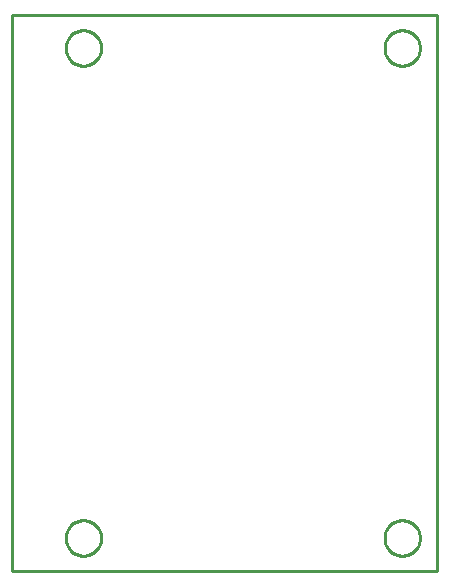
<source format=gbr>
G04 EAGLE Gerber X2 export*
G75*
%MOMM*%
%FSLAX34Y34*%
%LPD*%
%AMOC8*
5,1,8,0,0,1.08239X$1,22.5*%
G01*
%ADD10C,0.254000*%


D10*
X0Y0D02*
X360000Y0D01*
X360000Y470000D01*
X0Y470000D01*
X0Y0D01*
X75240Y27004D02*
X75164Y25936D01*
X75011Y24875D01*
X74783Y23828D01*
X74481Y22800D01*
X74107Y21796D01*
X73662Y20821D01*
X73148Y19881D01*
X72569Y18980D01*
X71927Y18122D01*
X71225Y17312D01*
X70468Y16555D01*
X69658Y15853D01*
X68800Y15211D01*
X67899Y14632D01*
X66959Y14118D01*
X65984Y13673D01*
X64980Y13299D01*
X63952Y12997D01*
X62905Y12769D01*
X61844Y12616D01*
X60776Y12540D01*
X59704Y12540D01*
X58636Y12616D01*
X57575Y12769D01*
X56528Y12997D01*
X55500Y13299D01*
X54496Y13673D01*
X53521Y14118D01*
X52581Y14632D01*
X51680Y15211D01*
X50822Y15853D01*
X50012Y16555D01*
X49255Y17312D01*
X48553Y18122D01*
X47911Y18980D01*
X47332Y19881D01*
X46818Y20821D01*
X46373Y21796D01*
X45999Y22800D01*
X45697Y23828D01*
X45469Y24875D01*
X45316Y25936D01*
X45240Y27004D01*
X45240Y28076D01*
X45316Y29144D01*
X45469Y30205D01*
X45697Y31252D01*
X45999Y32280D01*
X46373Y33284D01*
X46818Y34259D01*
X47332Y35199D01*
X47911Y36100D01*
X48553Y36958D01*
X49255Y37768D01*
X50012Y38525D01*
X50822Y39227D01*
X51680Y39869D01*
X52581Y40448D01*
X53521Y40962D01*
X54496Y41407D01*
X55500Y41781D01*
X56528Y42083D01*
X57575Y42311D01*
X58636Y42464D01*
X59704Y42540D01*
X60776Y42540D01*
X61844Y42464D01*
X62905Y42311D01*
X63952Y42083D01*
X64980Y41781D01*
X65984Y41407D01*
X66959Y40962D01*
X67899Y40448D01*
X68800Y39869D01*
X69658Y39227D01*
X70468Y38525D01*
X71225Y37768D01*
X71927Y36958D01*
X72569Y36100D01*
X73148Y35199D01*
X73662Y34259D01*
X74107Y33284D01*
X74481Y32280D01*
X74783Y31252D01*
X75011Y30205D01*
X75164Y29144D01*
X75240Y28076D01*
X75240Y27004D01*
X345240Y27004D02*
X345164Y25936D01*
X345011Y24875D01*
X344783Y23828D01*
X344481Y22800D01*
X344107Y21796D01*
X343662Y20821D01*
X343148Y19881D01*
X342569Y18980D01*
X341927Y18122D01*
X341225Y17312D01*
X340468Y16555D01*
X339658Y15853D01*
X338800Y15211D01*
X337899Y14632D01*
X336959Y14118D01*
X335984Y13673D01*
X334980Y13299D01*
X333952Y12997D01*
X332905Y12769D01*
X331844Y12616D01*
X330776Y12540D01*
X329704Y12540D01*
X328636Y12616D01*
X327575Y12769D01*
X326528Y12997D01*
X325500Y13299D01*
X324496Y13673D01*
X323521Y14118D01*
X322581Y14632D01*
X321680Y15211D01*
X320822Y15853D01*
X320012Y16555D01*
X319255Y17312D01*
X318553Y18122D01*
X317911Y18980D01*
X317332Y19881D01*
X316818Y20821D01*
X316373Y21796D01*
X315999Y22800D01*
X315697Y23828D01*
X315469Y24875D01*
X315316Y25936D01*
X315240Y27004D01*
X315240Y28076D01*
X315316Y29144D01*
X315469Y30205D01*
X315697Y31252D01*
X315999Y32280D01*
X316373Y33284D01*
X316818Y34259D01*
X317332Y35199D01*
X317911Y36100D01*
X318553Y36958D01*
X319255Y37768D01*
X320012Y38525D01*
X320822Y39227D01*
X321680Y39869D01*
X322581Y40448D01*
X323521Y40962D01*
X324496Y41407D01*
X325500Y41781D01*
X326528Y42083D01*
X327575Y42311D01*
X328636Y42464D01*
X329704Y42540D01*
X330776Y42540D01*
X331844Y42464D01*
X332905Y42311D01*
X333952Y42083D01*
X334980Y41781D01*
X335984Y41407D01*
X336959Y40962D01*
X337899Y40448D01*
X338800Y39869D01*
X339658Y39227D01*
X340468Y38525D01*
X341225Y37768D01*
X341927Y36958D01*
X342569Y36100D01*
X343148Y35199D01*
X343662Y34259D01*
X344107Y33284D01*
X344481Y32280D01*
X344783Y31252D01*
X345011Y30205D01*
X345164Y29144D01*
X345240Y28076D01*
X345240Y27004D01*
X75240Y441924D02*
X75164Y440856D01*
X75011Y439795D01*
X74783Y438748D01*
X74481Y437720D01*
X74107Y436716D01*
X73662Y435741D01*
X73148Y434801D01*
X72569Y433900D01*
X71927Y433042D01*
X71225Y432232D01*
X70468Y431475D01*
X69658Y430773D01*
X68800Y430131D01*
X67899Y429552D01*
X66959Y429038D01*
X65984Y428593D01*
X64980Y428219D01*
X63952Y427917D01*
X62905Y427689D01*
X61844Y427536D01*
X60776Y427460D01*
X59704Y427460D01*
X58636Y427536D01*
X57575Y427689D01*
X56528Y427917D01*
X55500Y428219D01*
X54496Y428593D01*
X53521Y429038D01*
X52581Y429552D01*
X51680Y430131D01*
X50822Y430773D01*
X50012Y431475D01*
X49255Y432232D01*
X48553Y433042D01*
X47911Y433900D01*
X47332Y434801D01*
X46818Y435741D01*
X46373Y436716D01*
X45999Y437720D01*
X45697Y438748D01*
X45469Y439795D01*
X45316Y440856D01*
X45240Y441924D01*
X45240Y442996D01*
X45316Y444064D01*
X45469Y445125D01*
X45697Y446172D01*
X45999Y447200D01*
X46373Y448204D01*
X46818Y449179D01*
X47332Y450119D01*
X47911Y451020D01*
X48553Y451878D01*
X49255Y452688D01*
X50012Y453445D01*
X50822Y454147D01*
X51680Y454789D01*
X52581Y455368D01*
X53521Y455882D01*
X54496Y456327D01*
X55500Y456701D01*
X56528Y457003D01*
X57575Y457231D01*
X58636Y457384D01*
X59704Y457460D01*
X60776Y457460D01*
X61844Y457384D01*
X62905Y457231D01*
X63952Y457003D01*
X64980Y456701D01*
X65984Y456327D01*
X66959Y455882D01*
X67899Y455368D01*
X68800Y454789D01*
X69658Y454147D01*
X70468Y453445D01*
X71225Y452688D01*
X71927Y451878D01*
X72569Y451020D01*
X73148Y450119D01*
X73662Y449179D01*
X74107Y448204D01*
X74481Y447200D01*
X74783Y446172D01*
X75011Y445125D01*
X75164Y444064D01*
X75240Y442996D01*
X75240Y441924D01*
X345240Y441924D02*
X345164Y440856D01*
X345011Y439795D01*
X344783Y438748D01*
X344481Y437720D01*
X344107Y436716D01*
X343662Y435741D01*
X343148Y434801D01*
X342569Y433900D01*
X341927Y433042D01*
X341225Y432232D01*
X340468Y431475D01*
X339658Y430773D01*
X338800Y430131D01*
X337899Y429552D01*
X336959Y429038D01*
X335984Y428593D01*
X334980Y428219D01*
X333952Y427917D01*
X332905Y427689D01*
X331844Y427536D01*
X330776Y427460D01*
X329704Y427460D01*
X328636Y427536D01*
X327575Y427689D01*
X326528Y427917D01*
X325500Y428219D01*
X324496Y428593D01*
X323521Y429038D01*
X322581Y429552D01*
X321680Y430131D01*
X320822Y430773D01*
X320012Y431475D01*
X319255Y432232D01*
X318553Y433042D01*
X317911Y433900D01*
X317332Y434801D01*
X316818Y435741D01*
X316373Y436716D01*
X315999Y437720D01*
X315697Y438748D01*
X315469Y439795D01*
X315316Y440856D01*
X315240Y441924D01*
X315240Y442996D01*
X315316Y444064D01*
X315469Y445125D01*
X315697Y446172D01*
X315999Y447200D01*
X316373Y448204D01*
X316818Y449179D01*
X317332Y450119D01*
X317911Y451020D01*
X318553Y451878D01*
X319255Y452688D01*
X320012Y453445D01*
X320822Y454147D01*
X321680Y454789D01*
X322581Y455368D01*
X323521Y455882D01*
X324496Y456327D01*
X325500Y456701D01*
X326528Y457003D01*
X327575Y457231D01*
X328636Y457384D01*
X329704Y457460D01*
X330776Y457460D01*
X331844Y457384D01*
X332905Y457231D01*
X333952Y457003D01*
X334980Y456701D01*
X335984Y456327D01*
X336959Y455882D01*
X337899Y455368D01*
X338800Y454789D01*
X339658Y454147D01*
X340468Y453445D01*
X341225Y452688D01*
X341927Y451878D01*
X342569Y451020D01*
X343148Y450119D01*
X343662Y449179D01*
X344107Y448204D01*
X344481Y447200D01*
X344783Y446172D01*
X345011Y445125D01*
X345164Y444064D01*
X345240Y442996D01*
X345240Y441924D01*
X75240Y27004D02*
X75164Y25936D01*
X75011Y24875D01*
X74783Y23828D01*
X74481Y22800D01*
X74107Y21796D01*
X73662Y20821D01*
X73148Y19881D01*
X72569Y18980D01*
X71927Y18122D01*
X71225Y17312D01*
X70468Y16555D01*
X69658Y15853D01*
X68800Y15211D01*
X67899Y14632D01*
X66959Y14118D01*
X65984Y13673D01*
X64980Y13299D01*
X63952Y12997D01*
X62905Y12769D01*
X61844Y12616D01*
X60776Y12540D01*
X59704Y12540D01*
X58636Y12616D01*
X57575Y12769D01*
X56528Y12997D01*
X55500Y13299D01*
X54496Y13673D01*
X53521Y14118D01*
X52581Y14632D01*
X51680Y15211D01*
X50822Y15853D01*
X50012Y16555D01*
X49255Y17312D01*
X48553Y18122D01*
X47911Y18980D01*
X47332Y19881D01*
X46818Y20821D01*
X46373Y21796D01*
X45999Y22800D01*
X45697Y23828D01*
X45469Y24875D01*
X45316Y25936D01*
X45240Y27004D01*
X45240Y28076D01*
X45316Y29144D01*
X45469Y30205D01*
X45697Y31252D01*
X45999Y32280D01*
X46373Y33284D01*
X46818Y34259D01*
X47332Y35199D01*
X47911Y36100D01*
X48553Y36958D01*
X49255Y37768D01*
X50012Y38525D01*
X50822Y39227D01*
X51680Y39869D01*
X52581Y40448D01*
X53521Y40962D01*
X54496Y41407D01*
X55500Y41781D01*
X56528Y42083D01*
X57575Y42311D01*
X58636Y42464D01*
X59704Y42540D01*
X60776Y42540D01*
X61844Y42464D01*
X62905Y42311D01*
X63952Y42083D01*
X64980Y41781D01*
X65984Y41407D01*
X66959Y40962D01*
X67899Y40448D01*
X68800Y39869D01*
X69658Y39227D01*
X70468Y38525D01*
X71225Y37768D01*
X71927Y36958D01*
X72569Y36100D01*
X73148Y35199D01*
X73662Y34259D01*
X74107Y33284D01*
X74481Y32280D01*
X74783Y31252D01*
X75011Y30205D01*
X75164Y29144D01*
X75240Y28076D01*
X75240Y27004D01*
X345240Y27004D02*
X345164Y25936D01*
X345011Y24875D01*
X344783Y23828D01*
X344481Y22800D01*
X344107Y21796D01*
X343662Y20821D01*
X343148Y19881D01*
X342569Y18980D01*
X341927Y18122D01*
X341225Y17312D01*
X340468Y16555D01*
X339658Y15853D01*
X338800Y15211D01*
X337899Y14632D01*
X336959Y14118D01*
X335984Y13673D01*
X334980Y13299D01*
X333952Y12997D01*
X332905Y12769D01*
X331844Y12616D01*
X330776Y12540D01*
X329704Y12540D01*
X328636Y12616D01*
X327575Y12769D01*
X326528Y12997D01*
X325500Y13299D01*
X324496Y13673D01*
X323521Y14118D01*
X322581Y14632D01*
X321680Y15211D01*
X320822Y15853D01*
X320012Y16555D01*
X319255Y17312D01*
X318553Y18122D01*
X317911Y18980D01*
X317332Y19881D01*
X316818Y20821D01*
X316373Y21796D01*
X315999Y22800D01*
X315697Y23828D01*
X315469Y24875D01*
X315316Y25936D01*
X315240Y27004D01*
X315240Y28076D01*
X315316Y29144D01*
X315469Y30205D01*
X315697Y31252D01*
X315999Y32280D01*
X316373Y33284D01*
X316818Y34259D01*
X317332Y35199D01*
X317911Y36100D01*
X318553Y36958D01*
X319255Y37768D01*
X320012Y38525D01*
X320822Y39227D01*
X321680Y39869D01*
X322581Y40448D01*
X323521Y40962D01*
X324496Y41407D01*
X325500Y41781D01*
X326528Y42083D01*
X327575Y42311D01*
X328636Y42464D01*
X329704Y42540D01*
X330776Y42540D01*
X331844Y42464D01*
X332905Y42311D01*
X333952Y42083D01*
X334980Y41781D01*
X335984Y41407D01*
X336959Y40962D01*
X337899Y40448D01*
X338800Y39869D01*
X339658Y39227D01*
X340468Y38525D01*
X341225Y37768D01*
X341927Y36958D01*
X342569Y36100D01*
X343148Y35199D01*
X343662Y34259D01*
X344107Y33284D01*
X344481Y32280D01*
X344783Y31252D01*
X345011Y30205D01*
X345164Y29144D01*
X345240Y28076D01*
X345240Y27004D01*
X75240Y441924D02*
X75164Y440856D01*
X75011Y439795D01*
X74783Y438748D01*
X74481Y437720D01*
X74107Y436716D01*
X73662Y435741D01*
X73148Y434801D01*
X72569Y433900D01*
X71927Y433042D01*
X71225Y432232D01*
X70468Y431475D01*
X69658Y430773D01*
X68800Y430131D01*
X67899Y429552D01*
X66959Y429038D01*
X65984Y428593D01*
X64980Y428219D01*
X63952Y427917D01*
X62905Y427689D01*
X61844Y427536D01*
X60776Y427460D01*
X59704Y427460D01*
X58636Y427536D01*
X57575Y427689D01*
X56528Y427917D01*
X55500Y428219D01*
X54496Y428593D01*
X53521Y429038D01*
X52581Y429552D01*
X51680Y430131D01*
X50822Y430773D01*
X50012Y431475D01*
X49255Y432232D01*
X48553Y433042D01*
X47911Y433900D01*
X47332Y434801D01*
X46818Y435741D01*
X46373Y436716D01*
X45999Y437720D01*
X45697Y438748D01*
X45469Y439795D01*
X45316Y440856D01*
X45240Y441924D01*
X45240Y442996D01*
X45316Y444064D01*
X45469Y445125D01*
X45697Y446172D01*
X45999Y447200D01*
X46373Y448204D01*
X46818Y449179D01*
X47332Y450119D01*
X47911Y451020D01*
X48553Y451878D01*
X49255Y452688D01*
X50012Y453445D01*
X50822Y454147D01*
X51680Y454789D01*
X52581Y455368D01*
X53521Y455882D01*
X54496Y456327D01*
X55500Y456701D01*
X56528Y457003D01*
X57575Y457231D01*
X58636Y457384D01*
X59704Y457460D01*
X60776Y457460D01*
X61844Y457384D01*
X62905Y457231D01*
X63952Y457003D01*
X64980Y456701D01*
X65984Y456327D01*
X66959Y455882D01*
X67899Y455368D01*
X68800Y454789D01*
X69658Y454147D01*
X70468Y453445D01*
X71225Y452688D01*
X71927Y451878D01*
X72569Y451020D01*
X73148Y450119D01*
X73662Y449179D01*
X74107Y448204D01*
X74481Y447200D01*
X74783Y446172D01*
X75011Y445125D01*
X75164Y444064D01*
X75240Y442996D01*
X75240Y441924D01*
X345240Y441924D02*
X345164Y440856D01*
X345011Y439795D01*
X344783Y438748D01*
X344481Y437720D01*
X344107Y436716D01*
X343662Y435741D01*
X343148Y434801D01*
X342569Y433900D01*
X341927Y433042D01*
X341225Y432232D01*
X340468Y431475D01*
X339658Y430773D01*
X338800Y430131D01*
X337899Y429552D01*
X336959Y429038D01*
X335984Y428593D01*
X334980Y428219D01*
X333952Y427917D01*
X332905Y427689D01*
X331844Y427536D01*
X330776Y427460D01*
X329704Y427460D01*
X328636Y427536D01*
X327575Y427689D01*
X326528Y427917D01*
X325500Y428219D01*
X324496Y428593D01*
X323521Y429038D01*
X322581Y429552D01*
X321680Y430131D01*
X320822Y430773D01*
X320012Y431475D01*
X319255Y432232D01*
X318553Y433042D01*
X317911Y433900D01*
X317332Y434801D01*
X316818Y435741D01*
X316373Y436716D01*
X315999Y437720D01*
X315697Y438748D01*
X315469Y439795D01*
X315316Y440856D01*
X315240Y441924D01*
X315240Y442996D01*
X315316Y444064D01*
X315469Y445125D01*
X315697Y446172D01*
X315999Y447200D01*
X316373Y448204D01*
X316818Y449179D01*
X317332Y450119D01*
X317911Y451020D01*
X318553Y451878D01*
X319255Y452688D01*
X320012Y453445D01*
X320822Y454147D01*
X321680Y454789D01*
X322581Y455368D01*
X323521Y455882D01*
X324496Y456327D01*
X325500Y456701D01*
X326528Y457003D01*
X327575Y457231D01*
X328636Y457384D01*
X329704Y457460D01*
X330776Y457460D01*
X331844Y457384D01*
X332905Y457231D01*
X333952Y457003D01*
X334980Y456701D01*
X335984Y456327D01*
X336959Y455882D01*
X337899Y455368D01*
X338800Y454789D01*
X339658Y454147D01*
X340468Y453445D01*
X341225Y452688D01*
X341927Y451878D01*
X342569Y451020D01*
X343148Y450119D01*
X343662Y449179D01*
X344107Y448204D01*
X344481Y447200D01*
X344783Y446172D01*
X345011Y445125D01*
X345164Y444064D01*
X345240Y442996D01*
X345240Y441924D01*
M02*

</source>
